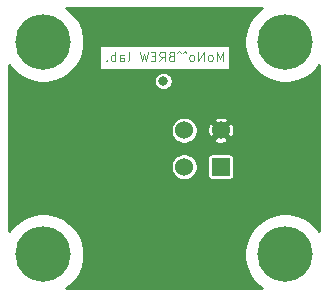
<source format=gbr>
G04 #@! TF.GenerationSoftware,KiCad,Pcbnew,5.1.9*
G04 #@! TF.CreationDate,2021-04-02T13:12:58+02:00*
G04 #@! TF.ProjectId,detectorHolder,64657465-6374-46f7-9248-6f6c6465722e,rev?*
G04 #@! TF.SameCoordinates,Original*
G04 #@! TF.FileFunction,Copper,L2,Bot*
G04 #@! TF.FilePolarity,Positive*
%FSLAX46Y46*%
G04 Gerber Fmt 4.6, Leading zero omitted, Abs format (unit mm)*
G04 Created by KiCad (PCBNEW 5.1.9) date 2021-04-02 13:12:58*
%MOMM*%
%LPD*%
G01*
G04 APERTURE LIST*
G04 #@! TA.AperFunction,NonConductor*
%ADD10C,0.100000*%
G04 #@! TD*
G04 #@! TA.AperFunction,ComponentPad*
%ADD11C,4.700000*%
G04 #@! TD*
G04 #@! TA.AperFunction,ComponentPad*
%ADD12C,1.524000*%
G04 #@! TD*
G04 #@! TA.AperFunction,ComponentPad*
%ADD13R,1.500000X1.500000*%
G04 #@! TD*
G04 #@! TA.AperFunction,ViaPad*
%ADD14C,0.800000*%
G04 #@! TD*
G04 #@! TA.AperFunction,Conductor*
%ADD15C,0.254000*%
G04 #@! TD*
G04 #@! TA.AperFunction,Conductor*
%ADD16C,0.100000*%
G04 #@! TD*
G04 APERTURE END LIST*
D10*
X119722285Y-95992904D02*
X119722285Y-95192904D01*
X119455619Y-95764333D01*
X119188952Y-95192904D01*
X119188952Y-95992904D01*
X118693714Y-95992904D02*
X118769904Y-95954809D01*
X118808000Y-95916714D01*
X118846095Y-95840523D01*
X118846095Y-95611952D01*
X118808000Y-95535761D01*
X118769904Y-95497666D01*
X118693714Y-95459571D01*
X118579428Y-95459571D01*
X118503238Y-95497666D01*
X118465142Y-95535761D01*
X118427047Y-95611952D01*
X118427047Y-95840523D01*
X118465142Y-95916714D01*
X118503238Y-95954809D01*
X118579428Y-95992904D01*
X118693714Y-95992904D01*
X118084190Y-95992904D02*
X118084190Y-95192904D01*
X117627047Y-95992904D01*
X117627047Y-95192904D01*
X117131809Y-95992904D02*
X117208000Y-95954809D01*
X117246095Y-95916714D01*
X117284190Y-95840523D01*
X117284190Y-95611952D01*
X117246095Y-95535761D01*
X117208000Y-95497666D01*
X117131809Y-95459571D01*
X117017523Y-95459571D01*
X116941333Y-95497666D01*
X116903238Y-95535761D01*
X116865142Y-95611952D01*
X116865142Y-95840523D01*
X116903238Y-95916714D01*
X116941333Y-95954809D01*
X117017523Y-95992904D01*
X117131809Y-95992904D01*
X116636571Y-95269095D02*
X116484190Y-95154809D01*
X116331809Y-95269095D01*
X116179428Y-95269095D02*
X116027047Y-95154809D01*
X115874666Y-95269095D01*
X115341333Y-95573857D02*
X115227047Y-95611952D01*
X115188952Y-95650047D01*
X115150857Y-95726238D01*
X115150857Y-95840523D01*
X115188952Y-95916714D01*
X115227047Y-95954809D01*
X115303238Y-95992904D01*
X115608000Y-95992904D01*
X115608000Y-95192904D01*
X115341333Y-95192904D01*
X115265142Y-95231000D01*
X115227047Y-95269095D01*
X115188952Y-95345285D01*
X115188952Y-95421476D01*
X115227047Y-95497666D01*
X115265142Y-95535761D01*
X115341333Y-95573857D01*
X115608000Y-95573857D01*
X114350857Y-95992904D02*
X114617523Y-95611952D01*
X114808000Y-95992904D02*
X114808000Y-95192904D01*
X114503238Y-95192904D01*
X114427047Y-95231000D01*
X114388952Y-95269095D01*
X114350857Y-95345285D01*
X114350857Y-95459571D01*
X114388952Y-95535761D01*
X114427047Y-95573857D01*
X114503238Y-95611952D01*
X114808000Y-95611952D01*
X114008000Y-95573857D02*
X113741333Y-95573857D01*
X113627047Y-95992904D02*
X114008000Y-95992904D01*
X114008000Y-95192904D01*
X113627047Y-95192904D01*
X113360380Y-95192904D02*
X113169904Y-95992904D01*
X113017523Y-95421476D01*
X112865142Y-95992904D01*
X112674666Y-95192904D01*
X111646095Y-95992904D02*
X111722285Y-95954809D01*
X111760380Y-95878619D01*
X111760380Y-95192904D01*
X110998476Y-95992904D02*
X110998476Y-95573857D01*
X111036571Y-95497666D01*
X111112761Y-95459571D01*
X111265142Y-95459571D01*
X111341333Y-95497666D01*
X110998476Y-95954809D02*
X111074666Y-95992904D01*
X111265142Y-95992904D01*
X111341333Y-95954809D01*
X111379428Y-95878619D01*
X111379428Y-95802428D01*
X111341333Y-95726238D01*
X111265142Y-95688142D01*
X111074666Y-95688142D01*
X110998476Y-95650047D01*
X110617523Y-95992904D02*
X110617523Y-95192904D01*
X110617523Y-95497666D02*
X110541333Y-95459571D01*
X110388952Y-95459571D01*
X110312761Y-95497666D01*
X110274666Y-95535761D01*
X110236571Y-95611952D01*
X110236571Y-95840523D01*
X110274666Y-95916714D01*
X110312761Y-95954809D01*
X110388952Y-95992904D01*
X110541333Y-95992904D01*
X110617523Y-95954809D01*
X109893714Y-95916714D02*
X109855619Y-95954809D01*
X109893714Y-95992904D01*
X109931809Y-95954809D01*
X109893714Y-95916714D01*
X109893714Y-95992904D01*
D11*
X125013000Y-112353000D03*
X125013000Y-94353000D03*
X104513000Y-112353000D03*
X104513000Y-94353000D03*
D12*
X116433000Y-101828000D03*
X116433000Y-104928000D03*
X119533000Y-101828000D03*
D13*
X119533000Y-104928000D03*
D14*
X114681000Y-97663000D03*
X102489000Y-98933000D03*
X102489000Y-107696000D03*
X117983000Y-103251000D03*
X114681000Y-92964000D03*
X123952000Y-103124000D03*
D15*
X122796542Y-91652238D02*
X122312238Y-92136542D01*
X121931722Y-92706023D01*
X121669619Y-93338796D01*
X121536000Y-94010545D01*
X121536000Y-94695455D01*
X121669619Y-95367204D01*
X121931722Y-95999977D01*
X122312238Y-96569458D01*
X122796542Y-97053762D01*
X123366023Y-97434278D01*
X123998796Y-97696381D01*
X124670545Y-97830000D01*
X125355455Y-97830000D01*
X126027204Y-97696381D01*
X126659977Y-97434278D01*
X127229458Y-97053762D01*
X127713762Y-96569458D01*
X127886000Y-96311686D01*
X127886000Y-110394314D01*
X127713762Y-110136542D01*
X127229458Y-109652238D01*
X126659977Y-109271722D01*
X126027204Y-109009619D01*
X125355455Y-108876000D01*
X124670545Y-108876000D01*
X123998796Y-109009619D01*
X123366023Y-109271722D01*
X122796542Y-109652238D01*
X122312238Y-110136542D01*
X121931722Y-110706023D01*
X121669619Y-111338796D01*
X121536000Y-112010545D01*
X121536000Y-112695455D01*
X121669619Y-113367204D01*
X121931722Y-113999977D01*
X122312238Y-114569458D01*
X122796542Y-115053762D01*
X123054314Y-115226000D01*
X106471686Y-115226000D01*
X106729458Y-115053762D01*
X107213762Y-114569458D01*
X107594278Y-113999977D01*
X107856381Y-113367204D01*
X107990000Y-112695455D01*
X107990000Y-112010545D01*
X107856381Y-111338796D01*
X107594278Y-110706023D01*
X107213762Y-110136542D01*
X106729458Y-109652238D01*
X106159977Y-109271722D01*
X105527204Y-109009619D01*
X104855455Y-108876000D01*
X104170545Y-108876000D01*
X103498796Y-109009619D01*
X102866023Y-109271722D01*
X102296542Y-109652238D01*
X101812238Y-110136542D01*
X101640000Y-110394314D01*
X101640000Y-104815424D01*
X115290000Y-104815424D01*
X115290000Y-105040576D01*
X115333925Y-105261401D01*
X115420087Y-105469413D01*
X115545174Y-105656620D01*
X115704380Y-105815826D01*
X115891587Y-105940913D01*
X116099599Y-106027075D01*
X116320424Y-106071000D01*
X116545576Y-106071000D01*
X116766401Y-106027075D01*
X116974413Y-105940913D01*
X117161620Y-105815826D01*
X117320826Y-105656620D01*
X117445913Y-105469413D01*
X117532075Y-105261401D01*
X117576000Y-105040576D01*
X117576000Y-104815424D01*
X117532075Y-104594599D01*
X117445913Y-104386587D01*
X117320826Y-104199380D01*
X117299446Y-104178000D01*
X118400157Y-104178000D01*
X118400157Y-105678000D01*
X118407513Y-105752689D01*
X118429299Y-105824508D01*
X118464678Y-105890696D01*
X118512289Y-105948711D01*
X118570304Y-105996322D01*
X118636492Y-106031701D01*
X118708311Y-106053487D01*
X118783000Y-106060843D01*
X120283000Y-106060843D01*
X120357689Y-106053487D01*
X120429508Y-106031701D01*
X120495696Y-105996322D01*
X120553711Y-105948711D01*
X120601322Y-105890696D01*
X120636701Y-105824508D01*
X120658487Y-105752689D01*
X120665843Y-105678000D01*
X120665843Y-104178000D01*
X120658487Y-104103311D01*
X120636701Y-104031492D01*
X120601322Y-103965304D01*
X120553711Y-103907289D01*
X120495696Y-103859678D01*
X120429508Y-103824299D01*
X120357689Y-103802513D01*
X120283000Y-103795157D01*
X118783000Y-103795157D01*
X118708311Y-103802513D01*
X118636492Y-103824299D01*
X118570304Y-103859678D01*
X118512289Y-103907289D01*
X118464678Y-103965304D01*
X118429299Y-104031492D01*
X118407513Y-104103311D01*
X118400157Y-104178000D01*
X117299446Y-104178000D01*
X117161620Y-104040174D01*
X116974413Y-103915087D01*
X116766401Y-103828925D01*
X116545576Y-103785000D01*
X116320424Y-103785000D01*
X116099599Y-103828925D01*
X115891587Y-103915087D01*
X115704380Y-104040174D01*
X115545174Y-104199380D01*
X115420087Y-104386587D01*
X115333925Y-104594599D01*
X115290000Y-104815424D01*
X101640000Y-104815424D01*
X101640000Y-101715424D01*
X115290000Y-101715424D01*
X115290000Y-101940576D01*
X115333925Y-102161401D01*
X115420087Y-102369413D01*
X115545174Y-102556620D01*
X115704380Y-102715826D01*
X115891587Y-102840913D01*
X116099599Y-102927075D01*
X116320424Y-102971000D01*
X116545576Y-102971000D01*
X116766401Y-102927075D01*
X116974413Y-102840913D01*
X117161620Y-102715826D01*
X117220296Y-102657150D01*
X118883455Y-102657150D01*
X118964796Y-102826131D01*
X119170439Y-102917803D01*
X119390016Y-102967595D01*
X119615087Y-102973593D01*
X119837004Y-102935566D01*
X120047238Y-102854976D01*
X120101204Y-102826131D01*
X120182545Y-102657150D01*
X119533000Y-102007605D01*
X118883455Y-102657150D01*
X117220296Y-102657150D01*
X117320826Y-102556620D01*
X117445913Y-102369413D01*
X117532075Y-102161401D01*
X117576000Y-101940576D01*
X117576000Y-101910087D01*
X118387407Y-101910087D01*
X118425434Y-102132004D01*
X118506024Y-102342238D01*
X118534869Y-102396204D01*
X118703850Y-102477545D01*
X119353395Y-101828000D01*
X119712605Y-101828000D01*
X120362150Y-102477545D01*
X120531131Y-102396204D01*
X120622803Y-102190561D01*
X120672595Y-101970984D01*
X120678593Y-101745913D01*
X120640566Y-101523996D01*
X120559976Y-101313762D01*
X120531131Y-101259796D01*
X120362150Y-101178455D01*
X119712605Y-101828000D01*
X119353395Y-101828000D01*
X118703850Y-101178455D01*
X118534869Y-101259796D01*
X118443197Y-101465439D01*
X118393405Y-101685016D01*
X118387407Y-101910087D01*
X117576000Y-101910087D01*
X117576000Y-101715424D01*
X117532075Y-101494599D01*
X117445913Y-101286587D01*
X117320826Y-101099380D01*
X117220296Y-100998850D01*
X118883455Y-100998850D01*
X119533000Y-101648395D01*
X120182545Y-100998850D01*
X120101204Y-100829869D01*
X119895561Y-100738197D01*
X119675984Y-100688405D01*
X119450913Y-100682407D01*
X119228996Y-100720434D01*
X119018762Y-100801024D01*
X118964796Y-100829869D01*
X118883455Y-100998850D01*
X117220296Y-100998850D01*
X117161620Y-100940174D01*
X116974413Y-100815087D01*
X116766401Y-100728925D01*
X116545576Y-100685000D01*
X116320424Y-100685000D01*
X116099599Y-100728925D01*
X115891587Y-100815087D01*
X115704380Y-100940174D01*
X115545174Y-101099380D01*
X115420087Y-101286587D01*
X115333925Y-101494599D01*
X115290000Y-101715424D01*
X101640000Y-101715424D01*
X101640000Y-96311686D01*
X101812238Y-96569458D01*
X102296542Y-97053762D01*
X102866023Y-97434278D01*
X103498796Y-97696381D01*
X104170545Y-97830000D01*
X104855455Y-97830000D01*
X105527204Y-97696381D01*
X105793499Y-97586078D01*
X113900000Y-97586078D01*
X113900000Y-97739922D01*
X113930013Y-97890809D01*
X113988887Y-98032942D01*
X114074358Y-98160859D01*
X114183141Y-98269642D01*
X114311058Y-98355113D01*
X114453191Y-98413987D01*
X114604078Y-98444000D01*
X114757922Y-98444000D01*
X114908809Y-98413987D01*
X115050942Y-98355113D01*
X115178859Y-98269642D01*
X115287642Y-98160859D01*
X115373113Y-98032942D01*
X115431987Y-97890809D01*
X115462000Y-97739922D01*
X115462000Y-97586078D01*
X115431987Y-97435191D01*
X115373113Y-97293058D01*
X115287642Y-97165141D01*
X115178859Y-97056358D01*
X115050942Y-96970887D01*
X114908809Y-96912013D01*
X114757922Y-96882000D01*
X114604078Y-96882000D01*
X114453191Y-96912013D01*
X114311058Y-96970887D01*
X114183141Y-97056358D01*
X114074358Y-97165141D01*
X113988887Y-97293058D01*
X113930013Y-97435191D01*
X113900000Y-97586078D01*
X105793499Y-97586078D01*
X106159977Y-97434278D01*
X106729458Y-97053762D01*
X107213762Y-96569458D01*
X107594278Y-95999977D01*
X107856381Y-95367204D01*
X107990000Y-94695455D01*
X107990000Y-94649000D01*
X109272238Y-94649000D01*
X109272238Y-96711000D01*
X120343762Y-96711000D01*
X120343762Y-94649000D01*
X109272238Y-94649000D01*
X107990000Y-94649000D01*
X107990000Y-94010545D01*
X107856381Y-93338796D01*
X107594278Y-92706023D01*
X107213762Y-92136542D01*
X106729458Y-91652238D01*
X106471686Y-91480000D01*
X123054314Y-91480000D01*
X122796542Y-91652238D01*
G04 #@! TA.AperFunction,Conductor*
D16*
G36*
X122796542Y-91652238D02*
G01*
X122312238Y-92136542D01*
X121931722Y-92706023D01*
X121669619Y-93338796D01*
X121536000Y-94010545D01*
X121536000Y-94695455D01*
X121669619Y-95367204D01*
X121931722Y-95999977D01*
X122312238Y-96569458D01*
X122796542Y-97053762D01*
X123366023Y-97434278D01*
X123998796Y-97696381D01*
X124670545Y-97830000D01*
X125355455Y-97830000D01*
X126027204Y-97696381D01*
X126659977Y-97434278D01*
X127229458Y-97053762D01*
X127713762Y-96569458D01*
X127886000Y-96311686D01*
X127886000Y-110394314D01*
X127713762Y-110136542D01*
X127229458Y-109652238D01*
X126659977Y-109271722D01*
X126027204Y-109009619D01*
X125355455Y-108876000D01*
X124670545Y-108876000D01*
X123998796Y-109009619D01*
X123366023Y-109271722D01*
X122796542Y-109652238D01*
X122312238Y-110136542D01*
X121931722Y-110706023D01*
X121669619Y-111338796D01*
X121536000Y-112010545D01*
X121536000Y-112695455D01*
X121669619Y-113367204D01*
X121931722Y-113999977D01*
X122312238Y-114569458D01*
X122796542Y-115053762D01*
X123054314Y-115226000D01*
X106471686Y-115226000D01*
X106729458Y-115053762D01*
X107213762Y-114569458D01*
X107594278Y-113999977D01*
X107856381Y-113367204D01*
X107990000Y-112695455D01*
X107990000Y-112010545D01*
X107856381Y-111338796D01*
X107594278Y-110706023D01*
X107213762Y-110136542D01*
X106729458Y-109652238D01*
X106159977Y-109271722D01*
X105527204Y-109009619D01*
X104855455Y-108876000D01*
X104170545Y-108876000D01*
X103498796Y-109009619D01*
X102866023Y-109271722D01*
X102296542Y-109652238D01*
X101812238Y-110136542D01*
X101640000Y-110394314D01*
X101640000Y-104815424D01*
X115290000Y-104815424D01*
X115290000Y-105040576D01*
X115333925Y-105261401D01*
X115420087Y-105469413D01*
X115545174Y-105656620D01*
X115704380Y-105815826D01*
X115891587Y-105940913D01*
X116099599Y-106027075D01*
X116320424Y-106071000D01*
X116545576Y-106071000D01*
X116766401Y-106027075D01*
X116974413Y-105940913D01*
X117161620Y-105815826D01*
X117320826Y-105656620D01*
X117445913Y-105469413D01*
X117532075Y-105261401D01*
X117576000Y-105040576D01*
X117576000Y-104815424D01*
X117532075Y-104594599D01*
X117445913Y-104386587D01*
X117320826Y-104199380D01*
X117299446Y-104178000D01*
X118400157Y-104178000D01*
X118400157Y-105678000D01*
X118407513Y-105752689D01*
X118429299Y-105824508D01*
X118464678Y-105890696D01*
X118512289Y-105948711D01*
X118570304Y-105996322D01*
X118636492Y-106031701D01*
X118708311Y-106053487D01*
X118783000Y-106060843D01*
X120283000Y-106060843D01*
X120357689Y-106053487D01*
X120429508Y-106031701D01*
X120495696Y-105996322D01*
X120553711Y-105948711D01*
X120601322Y-105890696D01*
X120636701Y-105824508D01*
X120658487Y-105752689D01*
X120665843Y-105678000D01*
X120665843Y-104178000D01*
X120658487Y-104103311D01*
X120636701Y-104031492D01*
X120601322Y-103965304D01*
X120553711Y-103907289D01*
X120495696Y-103859678D01*
X120429508Y-103824299D01*
X120357689Y-103802513D01*
X120283000Y-103795157D01*
X118783000Y-103795157D01*
X118708311Y-103802513D01*
X118636492Y-103824299D01*
X118570304Y-103859678D01*
X118512289Y-103907289D01*
X118464678Y-103965304D01*
X118429299Y-104031492D01*
X118407513Y-104103311D01*
X118400157Y-104178000D01*
X117299446Y-104178000D01*
X117161620Y-104040174D01*
X116974413Y-103915087D01*
X116766401Y-103828925D01*
X116545576Y-103785000D01*
X116320424Y-103785000D01*
X116099599Y-103828925D01*
X115891587Y-103915087D01*
X115704380Y-104040174D01*
X115545174Y-104199380D01*
X115420087Y-104386587D01*
X115333925Y-104594599D01*
X115290000Y-104815424D01*
X101640000Y-104815424D01*
X101640000Y-101715424D01*
X115290000Y-101715424D01*
X115290000Y-101940576D01*
X115333925Y-102161401D01*
X115420087Y-102369413D01*
X115545174Y-102556620D01*
X115704380Y-102715826D01*
X115891587Y-102840913D01*
X116099599Y-102927075D01*
X116320424Y-102971000D01*
X116545576Y-102971000D01*
X116766401Y-102927075D01*
X116974413Y-102840913D01*
X117161620Y-102715826D01*
X117220296Y-102657150D01*
X118883455Y-102657150D01*
X118964796Y-102826131D01*
X119170439Y-102917803D01*
X119390016Y-102967595D01*
X119615087Y-102973593D01*
X119837004Y-102935566D01*
X120047238Y-102854976D01*
X120101204Y-102826131D01*
X120182545Y-102657150D01*
X119533000Y-102007605D01*
X118883455Y-102657150D01*
X117220296Y-102657150D01*
X117320826Y-102556620D01*
X117445913Y-102369413D01*
X117532075Y-102161401D01*
X117576000Y-101940576D01*
X117576000Y-101910087D01*
X118387407Y-101910087D01*
X118425434Y-102132004D01*
X118506024Y-102342238D01*
X118534869Y-102396204D01*
X118703850Y-102477545D01*
X119353395Y-101828000D01*
X119712605Y-101828000D01*
X120362150Y-102477545D01*
X120531131Y-102396204D01*
X120622803Y-102190561D01*
X120672595Y-101970984D01*
X120678593Y-101745913D01*
X120640566Y-101523996D01*
X120559976Y-101313762D01*
X120531131Y-101259796D01*
X120362150Y-101178455D01*
X119712605Y-101828000D01*
X119353395Y-101828000D01*
X118703850Y-101178455D01*
X118534869Y-101259796D01*
X118443197Y-101465439D01*
X118393405Y-101685016D01*
X118387407Y-101910087D01*
X117576000Y-101910087D01*
X117576000Y-101715424D01*
X117532075Y-101494599D01*
X117445913Y-101286587D01*
X117320826Y-101099380D01*
X117220296Y-100998850D01*
X118883455Y-100998850D01*
X119533000Y-101648395D01*
X120182545Y-100998850D01*
X120101204Y-100829869D01*
X119895561Y-100738197D01*
X119675984Y-100688405D01*
X119450913Y-100682407D01*
X119228996Y-100720434D01*
X119018762Y-100801024D01*
X118964796Y-100829869D01*
X118883455Y-100998850D01*
X117220296Y-100998850D01*
X117161620Y-100940174D01*
X116974413Y-100815087D01*
X116766401Y-100728925D01*
X116545576Y-100685000D01*
X116320424Y-100685000D01*
X116099599Y-100728925D01*
X115891587Y-100815087D01*
X115704380Y-100940174D01*
X115545174Y-101099380D01*
X115420087Y-101286587D01*
X115333925Y-101494599D01*
X115290000Y-101715424D01*
X101640000Y-101715424D01*
X101640000Y-96311686D01*
X101812238Y-96569458D01*
X102296542Y-97053762D01*
X102866023Y-97434278D01*
X103498796Y-97696381D01*
X104170545Y-97830000D01*
X104855455Y-97830000D01*
X105527204Y-97696381D01*
X105793499Y-97586078D01*
X113900000Y-97586078D01*
X113900000Y-97739922D01*
X113930013Y-97890809D01*
X113988887Y-98032942D01*
X114074358Y-98160859D01*
X114183141Y-98269642D01*
X114311058Y-98355113D01*
X114453191Y-98413987D01*
X114604078Y-98444000D01*
X114757922Y-98444000D01*
X114908809Y-98413987D01*
X115050942Y-98355113D01*
X115178859Y-98269642D01*
X115287642Y-98160859D01*
X115373113Y-98032942D01*
X115431987Y-97890809D01*
X115462000Y-97739922D01*
X115462000Y-97586078D01*
X115431987Y-97435191D01*
X115373113Y-97293058D01*
X115287642Y-97165141D01*
X115178859Y-97056358D01*
X115050942Y-96970887D01*
X114908809Y-96912013D01*
X114757922Y-96882000D01*
X114604078Y-96882000D01*
X114453191Y-96912013D01*
X114311058Y-96970887D01*
X114183141Y-97056358D01*
X114074358Y-97165141D01*
X113988887Y-97293058D01*
X113930013Y-97435191D01*
X113900000Y-97586078D01*
X105793499Y-97586078D01*
X106159977Y-97434278D01*
X106729458Y-97053762D01*
X107213762Y-96569458D01*
X107594278Y-95999977D01*
X107856381Y-95367204D01*
X107990000Y-94695455D01*
X107990000Y-94649000D01*
X109272238Y-94649000D01*
X109272238Y-96711000D01*
X120343762Y-96711000D01*
X120343762Y-94649000D01*
X109272238Y-94649000D01*
X107990000Y-94649000D01*
X107990000Y-94010545D01*
X107856381Y-93338796D01*
X107594278Y-92706023D01*
X107213762Y-92136542D01*
X106729458Y-91652238D01*
X106471686Y-91480000D01*
X123054314Y-91480000D01*
X122796542Y-91652238D01*
G37*
G04 #@! TD.AperFunction*
M02*

</source>
